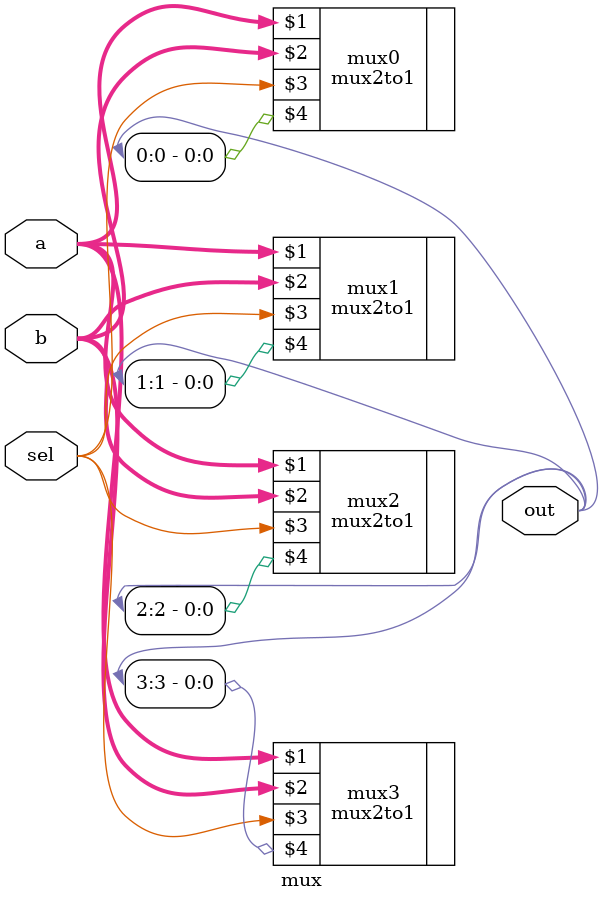
<source format=v>
module mux( 
input [4:0] a, b,
input sel,
output [4:0] out );
// When sel=0, assign a to out. 
// When sel=1, assign b to out.
mux2to1 mux0(a, b, sel, out[0]);
mux2to1 mux1(a, b, sel, out[1]);
mux2to1 mux2(a, b, sel, out[2]);
mux2to1 mux3(a, b, sel, out[3]);
endmodule

</source>
